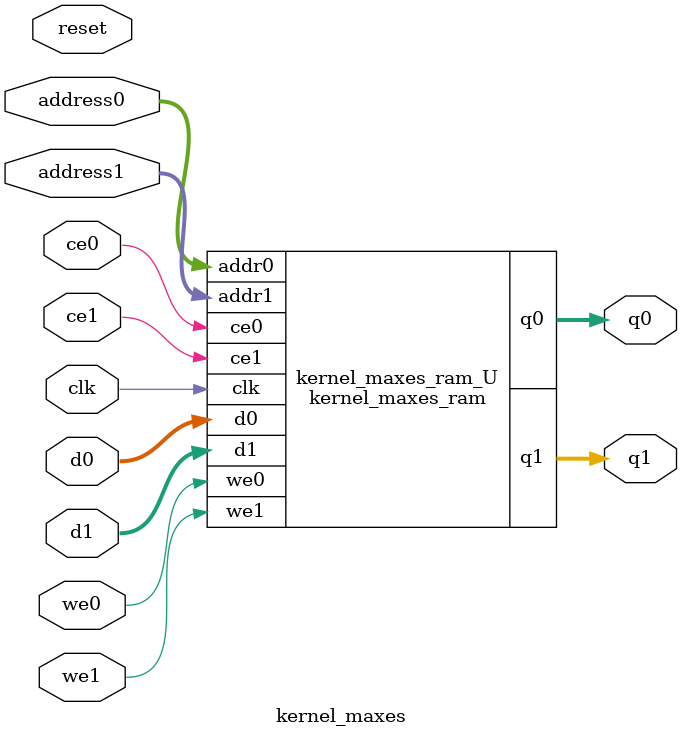
<source format=v>
`timescale 1 ns / 1 ps
module kernel_maxes_ram (addr0, ce0, d0, we0, q0, addr1, ce1, d1, we1, q1,  clk);

parameter DWIDTH = 32;
parameter AWIDTH = 2;
parameter MEM_SIZE = 4;

input[AWIDTH-1:0] addr0;
input ce0;
input[DWIDTH-1:0] d0;
input we0;
output reg[DWIDTH-1:0] q0;
input[AWIDTH-1:0] addr1;
input ce1;
input[DWIDTH-1:0] d1;
input we1;
output reg[DWIDTH-1:0] q1;
input clk;

(* ram_style = "block" *)reg [DWIDTH-1:0] ram[0:MEM_SIZE-1];




always @(posedge clk)  
begin 
    if (ce0) begin
        if (we0) 
            ram[addr0] <= d0; 
        q0 <= ram[addr0];
    end
end


always @(posedge clk)  
begin 
    if (ce1) begin
        if (we1) 
            ram[addr1] <= d1; 
        q1 <= ram[addr1];
    end
end


endmodule

`timescale 1 ns / 1 ps
module kernel_maxes(
    reset,
    clk,
    address0,
    ce0,
    we0,
    d0,
    q0,
    address1,
    ce1,
    we1,
    d1,
    q1);

parameter DataWidth = 32'd32;
parameter AddressRange = 32'd4;
parameter AddressWidth = 32'd2;
input reset;
input clk;
input[AddressWidth - 1:0] address0;
input ce0;
input we0;
input[DataWidth - 1:0] d0;
output[DataWidth - 1:0] q0;
input[AddressWidth - 1:0] address1;
input ce1;
input we1;
input[DataWidth - 1:0] d1;
output[DataWidth - 1:0] q1;



kernel_maxes_ram kernel_maxes_ram_U(
    .clk( clk ),
    .addr0( address0 ),
    .ce0( ce0 ),
    .we0( we0 ),
    .d0( d0 ),
    .q0( q0 ),
    .addr1( address1 ),
    .ce1( ce1 ),
    .we1( we1 ),
    .d1( d1 ),
    .q1( q1 ));

endmodule


</source>
